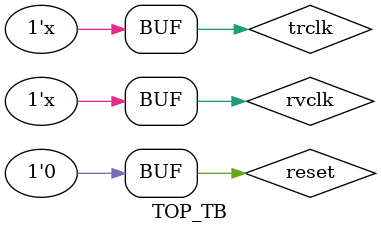
<source format=v>
`timescale 1ns / 1ps


module TOP(
        input trclk,
        input rvclk,
        input reset,
        output [31:0]q
    );
    ///rom to logic
    wire [31:0]fifo_in,rom_out;
    wire fifo_wreq,fifo_wrfull;
    wire [7:0]rom_addr;
        
      blk_mem_gen_rom u0(.clka(trclk),
                        .addra(rom_addr),
                        .douta(rom_out)
                        );
                        
      Block_rom u1(.trclk(trclk),
                    .reset(reset),
                    .rom_out(rom_out),
                    .fifo_wrfull(fifo_wrfull),
                    .rom_addr(rom_addr),
                    .fifo_in(fifo_in),
                    .fifo_wreq(fifo_wreq));  
                    
                  
//      ///logic a to fifo to logic b
       wire ram_wren,ram_rden;      
        wire [31:0]fifo_out;
        wire fifo_rdempty; 
        wire fifo_rdeq;
        fifo_generator_0 u2(
                          .full(fifo_wrfull),///////to logic a 
                          .din(fifo_in),
                          .wr_en(fifo_wreq),
                          .empty(fifo_rdempty),///////to logic b
                          .dout(fifo_out),
                          .rd_en(fifo_rdeq),
                          .wr_clk(trclk),   ////////clk
                          .rd_clk(rvclk));      
                          
                                          
        //logic b to ram
        wire [8:0] word_count;
        wire [7:0] ram_addr;        
        wire [31:0]ram_in; 
               
                 
        Block_RAM u3(.rvclk(rvclk),
                  .reset(reset),
                  .ram_addr(ram_addr),
                  .fifo_out(fifo_out),
                  .ram_in(ram_in),
                  .fifo_rdempty(fifo_rdempty),
                  .fifo_rdeq(fifo_rdeq),
                  .ram_rden(ram_rden),
                  .ram_wren(ram_wren),
                  .word_count(word_count));
                                          

        blk_mem_gen_ram u4(.clka(rvclk),
                        .addra(ram_addr),
                        .dina(ram_in),
                        .ena(ram_wren),
                        .wea(ram_wren),
                        .douta(q));
                        
                 
endmodule

////////////////////////////////TB//////////////////////////////
module TOP_TB();

reg trclk,rvclk,reset;
wire [31:0]q;

always #5 trclk = ~trclk;
always #20 rvclk = ~rvclk; 

TOP test1(
            .trclk(trclk),
            .rvclk(rvclk),
            .reset(reset),
            .q(q));
                                        
    initial begin
        trclk = 'b0;
        rvclk = 'b0;
        reset = 'b1;
        #25 reset = 'b0;
               
    end            
    
endmodule


</source>
